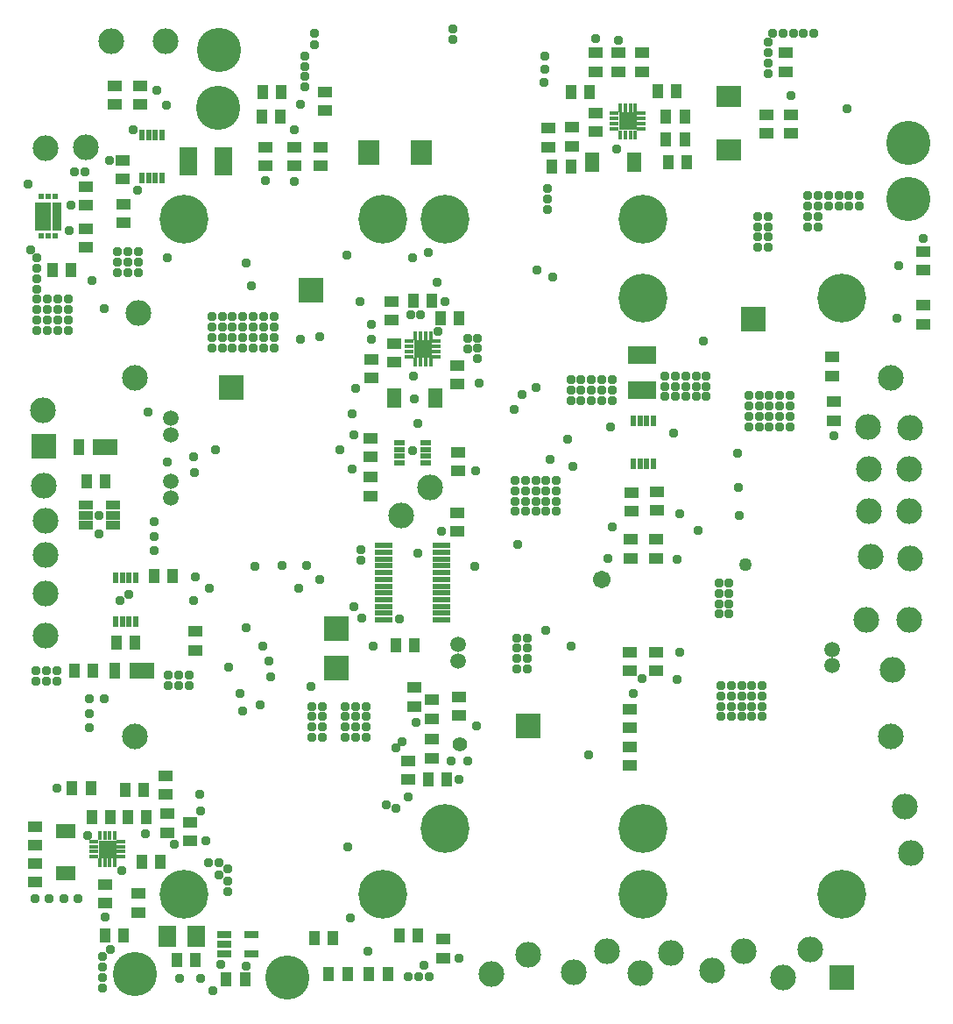
<source format=gts>
G75*
%MOIN*%
%OFA0B0*%
%FSLAX25Y25*%
%IPPOS*%
%LPD*%
%AMOC8*
5,1,8,0,0,1.08239X$1,22.5*
%
%ADD10R,0.03950X0.05524*%
%ADD11R,0.05524X0.03950*%
%ADD12R,0.09461X0.06312*%
%ADD13R,0.04343X0.06312*%
%ADD14R,0.05721X0.07690*%
%ADD15C,0.18580*%
%ADD16R,0.10800X0.06784*%
%ADD17R,0.10800X0.06745*%
%ADD18R,0.05524X0.03162*%
%ADD19R,0.05603X0.03241*%
%ADD20R,0.06509X0.06509*%
%ADD21R,0.03556X0.01784*%
%ADD22R,0.01784X0.03556*%
%ADD23C,0.09800*%
%ADD24C,0.16800*%
%ADD25R,0.09800X0.09800*%
%ADD26C,0.05950*%
%ADD27R,0.03950X0.02375*%
%ADD28R,0.07099X0.01981*%
%ADD29R,0.02454X0.04304*%
%ADD30R,0.07690X0.05721*%
%ADD31R,0.06784X0.10800*%
%ADD32R,0.06745X0.10800*%
%ADD33R,0.06391X0.10643*%
%ADD34R,0.03241X0.10643*%
%ADD35R,0.02375X0.02375*%
%ADD36R,0.07099X0.07887*%
%ADD37C,0.09737*%
%ADD38R,0.07887X0.09461*%
%ADD39R,0.09461X0.07887*%
%ADD40C,0.03778*%
%ADD41C,0.05550*%
%ADD42C,0.06706*%
%ADD43C,0.04959*%
D10*
X0079753Y0100225D03*
X0086839Y0100225D03*
X0106918Y0090776D03*
X0114005Y0090776D03*
X0125816Y0083296D03*
X0132902Y0083296D03*
X0159280Y0099044D03*
X0166367Y0099044D03*
X0164792Y0085265D03*
X0171879Y0085265D03*
X0180146Y0085265D03*
X0187233Y0085265D03*
X0191564Y0100225D03*
X0198650Y0100225D03*
X0202587Y0159280D03*
X0209674Y0159280D03*
X0197469Y0210461D03*
X0190383Y0210461D03*
X0105343Y0236839D03*
X0098257Y0236839D03*
X0091170Y0211249D03*
X0084083Y0211249D03*
X0075028Y0200619D03*
X0067942Y0200619D03*
X0067154Y0156131D03*
X0074241Y0156131D03*
X0074635Y0145107D03*
X0081721Y0145107D03*
X0088414Y0145107D03*
X0095501Y0145107D03*
X0094320Y0155343D03*
X0087233Y0155343D03*
X0093532Y0128178D03*
X0100619Y0128178D03*
X0079753Y0272666D03*
X0072666Y0272666D03*
X0066761Y0352981D03*
X0059674Y0352981D03*
X0139202Y0411249D03*
X0146288Y0411249D03*
X0146682Y0420698D03*
X0139595Y0420698D03*
X0197076Y0341564D03*
X0204162Y0341564D03*
X0207312Y0334871D03*
X0214398Y0334871D03*
X0249831Y0392351D03*
X0256918Y0392351D03*
X0256918Y0420698D03*
X0264005Y0420698D03*
X0289989Y0421091D03*
X0297076Y0421091D03*
X0300225Y0411249D03*
X0293139Y0411249D03*
X0293139Y0402587D03*
X0300225Y0402587D03*
X0301013Y0393926D03*
X0293926Y0393926D03*
D11*
X0266367Y0405737D03*
X0266367Y0412824D03*
X0257312Y0407312D03*
X0257312Y0400225D03*
X0248257Y0399831D03*
X0248257Y0406918D03*
X0266367Y0428572D03*
X0266367Y0435658D03*
X0275028Y0435658D03*
X0275028Y0428572D03*
X0284083Y0428572D03*
X0284083Y0435658D03*
X0331328Y0412036D03*
X0331328Y0404950D03*
X0340776Y0404950D03*
X0340776Y0412036D03*
X0338808Y0428572D03*
X0338808Y0435658D03*
X0391170Y0360068D03*
X0391170Y0352981D03*
X0391170Y0339595D03*
X0391170Y0332509D03*
X0356524Y0319910D03*
X0356524Y0312824D03*
X0356918Y0302981D03*
X0356918Y0295894D03*
X0289595Y0268729D03*
X0289595Y0261643D03*
X0289202Y0250619D03*
X0289202Y0243532D03*
X0279753Y0243532D03*
X0279753Y0250619D03*
X0280146Y0261249D03*
X0280146Y0268335D03*
X0279359Y0207706D03*
X0279359Y0200619D03*
X0289202Y0200619D03*
X0289202Y0207706D03*
X0279359Y0186052D03*
X0279359Y0178965D03*
X0279359Y0171879D03*
X0279359Y0164792D03*
X0214398Y0183690D03*
X0214398Y0190776D03*
X0204162Y0189595D03*
X0204162Y0182509D03*
X0204162Y0174635D03*
X0204162Y0167548D03*
X0195107Y0166367D03*
X0195107Y0159280D03*
X0197469Y0187233D03*
X0197469Y0194320D03*
X0213611Y0253769D03*
X0213611Y0260855D03*
X0214005Y0276603D03*
X0214005Y0283690D03*
X0213611Y0309674D03*
X0213611Y0316761D03*
X0189595Y0317942D03*
X0189595Y0325028D03*
X0188808Y0334083D03*
X0188808Y0341170D03*
X0180934Y0319123D03*
X0180934Y0312036D03*
X0180540Y0289202D03*
X0180540Y0282115D03*
X0180540Y0274241D03*
X0180540Y0267154D03*
X0114005Y0215580D03*
X0114005Y0208493D03*
X0102587Y0160855D03*
X0102587Y0153769D03*
X0103375Y0146288D03*
X0103375Y0139202D03*
X0112036Y0136052D03*
X0112036Y0143139D03*
X0092351Y0115973D03*
X0092351Y0108887D03*
X0079753Y0112430D03*
X0079753Y0119517D03*
X0052981Y0120304D03*
X0052981Y0127391D03*
X0052981Y0134477D03*
X0052981Y0141564D03*
X0208493Y0098650D03*
X0208493Y0091564D03*
X0072272Y0361643D03*
X0072272Y0368729D03*
X0072272Y0377784D03*
X0072272Y0384871D03*
X0086446Y0387627D03*
X0086446Y0394713D03*
X0086839Y0378178D03*
X0086839Y0371091D03*
X0083296Y0415973D03*
X0083296Y0423060D03*
X0093139Y0423060D03*
X0093139Y0415973D03*
X0140776Y0399831D03*
X0140776Y0392745D03*
X0151800Y0392745D03*
X0151800Y0399831D03*
X0161643Y0399831D03*
X0161643Y0392745D03*
X0163217Y0413611D03*
X0163217Y0420698D03*
D12*
X0079753Y0285658D03*
X0093532Y0200619D03*
D13*
X0083493Y0200619D03*
X0069713Y0285658D03*
D14*
X0189595Y0304556D03*
X0205343Y0304556D03*
X0265186Y0393926D03*
X0280934Y0393926D03*
D15*
X0284477Y0372272D03*
X0284477Y0342272D03*
X0360068Y0342272D03*
X0208887Y0372272D03*
X0185265Y0372272D03*
X0109674Y0372272D03*
X0208887Y0140580D03*
X0185265Y0115580D03*
X0109674Y0115580D03*
X0284477Y0115580D03*
X0284477Y0140580D03*
X0360068Y0115580D03*
D16*
X0284083Y0307272D03*
D17*
X0284083Y0320737D03*
D18*
X0135288Y0100422D03*
X0135288Y0092942D03*
X0125005Y0092942D03*
X0125005Y0096682D03*
X0125005Y0100422D03*
D19*
X0082587Y0256131D03*
X0082587Y0259871D03*
X0082587Y0263611D03*
X0072272Y0263611D03*
X0072272Y0259871D03*
X0072272Y0256131D03*
D20*
X0080540Y0132902D03*
X0200619Y0323060D03*
X0278572Y0409674D03*
D21*
X0283690Y0408690D03*
X0283690Y0410658D03*
X0283690Y0412627D03*
X0283690Y0406721D03*
X0273454Y0406721D03*
X0273454Y0408690D03*
X0273454Y0410658D03*
X0273454Y0412627D03*
X0205737Y0326013D03*
X0205737Y0324044D03*
X0205737Y0322076D03*
X0205737Y0320107D03*
X0195501Y0320107D03*
X0195501Y0322076D03*
X0195501Y0324044D03*
X0195501Y0326013D03*
X0085658Y0135855D03*
X0085658Y0133887D03*
X0085658Y0131918D03*
X0085658Y0129950D03*
X0075422Y0129950D03*
X0075422Y0131918D03*
X0075422Y0133887D03*
X0075422Y0135855D03*
D22*
X0077587Y0138020D03*
X0079556Y0138020D03*
X0081524Y0138020D03*
X0083493Y0138020D03*
X0083493Y0127784D03*
X0081524Y0127784D03*
X0079556Y0127784D03*
X0077587Y0127784D03*
X0197666Y0317942D03*
X0199635Y0317942D03*
X0201603Y0317942D03*
X0203572Y0317942D03*
X0203572Y0328178D03*
X0201603Y0328178D03*
X0199635Y0328178D03*
X0197666Y0328178D03*
X0275619Y0404556D03*
X0277587Y0404556D03*
X0279556Y0404556D03*
X0281524Y0404556D03*
X0281524Y0414792D03*
X0279556Y0414792D03*
X0277587Y0414792D03*
X0275619Y0414792D03*
D23*
X0369910Y0293532D03*
X0370304Y0277391D03*
X0385658Y0277391D03*
X0386052Y0293139D03*
X0385658Y0261249D03*
X0386052Y0243532D03*
X0371091Y0243926D03*
X0370304Y0261249D03*
X0369517Y0219910D03*
X0385658Y0219910D03*
X0379359Y0201013D03*
X0384083Y0149044D03*
X0386446Y0131328D03*
X0347863Y0094713D03*
X0337627Y0084083D03*
X0322666Y0093926D03*
X0310855Y0086839D03*
X0295107Y0093532D03*
X0283296Y0085658D03*
X0270698Y0093926D03*
X0258099Y0086052D03*
X0240776Y0092745D03*
X0226603Y0085265D03*
X0192351Y0259674D03*
X0203375Y0270304D03*
X0092351Y0336839D03*
X0056131Y0299831D03*
X0056524Y0271091D03*
X0056918Y0257706D03*
X0056918Y0244713D03*
X0056918Y0230146D03*
X0056918Y0214005D03*
X0056918Y0399438D03*
X0072272Y0399831D03*
X0082115Y0439989D03*
X0102587Y0439989D03*
D24*
X0123060Y0436839D03*
X0122666Y0414792D03*
X0385265Y0401406D03*
X0385265Y0380146D03*
X0149044Y0084083D03*
X0091170Y0085265D03*
D25*
X0167548Y0201800D03*
X0167548Y0216761D03*
X0240776Y0179753D03*
X0127784Y0308493D03*
X0158099Y0345501D03*
X0056524Y0286052D03*
X0326209Y0334477D03*
X0360068Y0084083D03*
D26*
X0356524Y0202587D03*
X0356524Y0208887D03*
X0214005Y0210855D03*
X0214005Y0204556D03*
X0104556Y0266367D03*
X0104556Y0272666D03*
X0104556Y0290383D03*
X0104556Y0296682D03*
D27*
X0191839Y0287367D03*
X0191839Y0284808D03*
X0191839Y0282249D03*
X0191839Y0279690D03*
X0201682Y0279690D03*
X0201682Y0282249D03*
X0201682Y0284808D03*
X0201682Y0287367D03*
D28*
X0207706Y0248257D03*
X0207706Y0245698D03*
X0207706Y0243139D03*
X0207706Y0240580D03*
X0207706Y0238020D03*
X0207706Y0235461D03*
X0207706Y0232902D03*
X0207706Y0230343D03*
X0207706Y0227784D03*
X0207706Y0225225D03*
X0207706Y0222666D03*
X0207706Y0220107D03*
X0185658Y0220107D03*
X0185658Y0222666D03*
X0185658Y0225225D03*
X0185658Y0227784D03*
X0185658Y0230343D03*
X0185658Y0232902D03*
X0185658Y0235461D03*
X0185658Y0238020D03*
X0185658Y0240580D03*
X0185658Y0243139D03*
X0185658Y0245698D03*
X0185658Y0248257D03*
D29*
X0091367Y0236091D03*
X0088808Y0236091D03*
X0086249Y0236091D03*
X0083690Y0236091D03*
X0083690Y0219517D03*
X0086249Y0219517D03*
X0088808Y0219517D03*
X0091367Y0219517D03*
X0093729Y0387981D03*
X0096288Y0387981D03*
X0098847Y0387981D03*
X0101406Y0387981D03*
X0101406Y0404556D03*
X0098847Y0404556D03*
X0096288Y0404556D03*
X0093729Y0404556D03*
X0280737Y0295894D03*
X0283296Y0295894D03*
X0285855Y0295894D03*
X0288414Y0295894D03*
X0288414Y0279320D03*
X0285855Y0279320D03*
X0283296Y0279320D03*
X0280737Y0279320D03*
D30*
X0064792Y0139595D03*
X0064792Y0123847D03*
D31*
X0111209Y0394320D03*
D32*
X0124674Y0394320D03*
D33*
X0055973Y0373454D03*
D34*
X0061446Y0373454D03*
D35*
X0060619Y0366013D03*
X0058060Y0366013D03*
X0055501Y0366013D03*
X0055501Y0380973D03*
X0058060Y0380973D03*
X0060619Y0380973D03*
D36*
X0103375Y0099831D03*
X0114398Y0099831D03*
D37*
X0091170Y0175816D03*
X0091170Y0312036D03*
X0378572Y0312036D03*
X0378572Y0175816D03*
D38*
X0200028Y0397863D03*
X0179950Y0397863D03*
D39*
X0317154Y0398847D03*
X0317154Y0418926D03*
D40*
X0078572Y0080146D03*
X0078572Y0084083D03*
X0078572Y0088020D03*
X0078572Y0091957D03*
X0081721Y0094713D03*
X0079753Y0106918D03*
X0069517Y0114005D03*
X0064005Y0114005D03*
X0058493Y0114005D03*
X0052981Y0114005D03*
X0073060Y0137995D03*
X0079359Y0131721D03*
X0081721Y0134083D03*
X0086052Y0124635D03*
X0095107Y0138808D03*
X0106131Y0134607D03*
X0117942Y0136052D03*
X0119123Y0127784D03*
X0123060Y0127784D03*
X0126209Y0125422D03*
X0123060Y0123060D03*
X0126209Y0120698D03*
X0126209Y0116761D03*
X0123847Y0089202D03*
X0133296Y0088414D03*
X0120698Y0078965D03*
X0115973Y0083690D03*
X0108099Y0083690D03*
X0115973Y0147469D03*
X0115580Y0153769D03*
X0132115Y0185265D03*
X0130934Y0191957D03*
X0138808Y0187627D03*
X0142745Y0198257D03*
X0141957Y0204556D03*
X0139595Y0210068D03*
X0133296Y0217154D03*
X0126603Y0202194D03*
X0111643Y0199044D03*
X0111643Y0195107D03*
X0107706Y0195107D03*
X0107706Y0199044D03*
X0103769Y0199044D03*
X0103769Y0195107D03*
X0079359Y0189989D03*
X0073847Y0189989D03*
X0073847Y0184477D03*
X0073847Y0178965D03*
X0061249Y0196682D03*
X0061249Y0200619D03*
X0057312Y0200619D03*
X0057312Y0196682D03*
X0053375Y0196682D03*
X0053375Y0200619D03*
X0085265Y0227391D03*
X0088808Y0229753D03*
X0098257Y0246288D03*
X0098257Y0251800D03*
X0098257Y0257312D03*
X0113611Y0276209D03*
X0113217Y0282115D03*
X0121686Y0284890D03*
X0103375Y0280146D03*
X0095894Y0299044D03*
X0120304Y0323454D03*
X0120304Y0327391D03*
X0120304Y0331328D03*
X0120304Y0335265D03*
X0124241Y0335265D03*
X0128178Y0335265D03*
X0132115Y0335265D03*
X0136052Y0335265D03*
X0139989Y0335265D03*
X0143926Y0335265D03*
X0143926Y0331328D03*
X0139989Y0331328D03*
X0136052Y0331328D03*
X0132115Y0331328D03*
X0128178Y0331328D03*
X0124241Y0331328D03*
X0124241Y0327391D03*
X0128178Y0327391D03*
X0132115Y0327391D03*
X0136052Y0327391D03*
X0139989Y0327391D03*
X0143926Y0327391D03*
X0143926Y0323454D03*
X0139989Y0323454D03*
X0136052Y0323454D03*
X0132115Y0323454D03*
X0128178Y0323454D03*
X0124241Y0323454D03*
X0135265Y0347076D03*
X0133296Y0355737D03*
X0140776Y0387233D03*
X0151800Y0386839D03*
X0151800Y0406524D03*
X0154162Y0415973D03*
X0155737Y0422666D03*
X0155737Y0426603D03*
X0155737Y0430540D03*
X0155737Y0434477D03*
X0159280Y0438808D03*
X0159280Y0443139D03*
X0212036Y0444713D03*
X0212036Y0440776D03*
X0247076Y0434477D03*
X0247076Y0429359D03*
X0246839Y0424241D03*
X0266367Y0441170D03*
X0275028Y0440383D03*
X0279753Y0410855D03*
X0277391Y0408493D03*
X0274241Y0399044D03*
X0247863Y0384083D03*
X0247863Y0380146D03*
X0247863Y0376209D03*
X0244150Y0353205D03*
X0249973Y0350366D03*
X0221485Y0326997D03*
X0221485Y0323454D03*
X0221485Y0319517D03*
X0217548Y0323060D03*
X0217548Y0326997D03*
X0206524Y0329753D03*
X0201800Y0324241D03*
X0199438Y0321879D03*
X0197076Y0312824D03*
X0197469Y0304162D03*
X0198650Y0294713D03*
X0196682Y0284477D03*
X0174241Y0290383D03*
X0169123Y0284871D03*
X0173847Y0277391D03*
X0173847Y0298257D03*
X0175028Y0308099D03*
X0180934Y0326603D03*
X0180934Y0332509D03*
X0176603Y0341170D03*
X0171630Y0358638D03*
X0196682Y0357706D03*
X0202587Y0359674D03*
X0206131Y0348257D03*
X0208887Y0341170D03*
X0199831Y0336052D03*
X0195894Y0335918D03*
X0221879Y0310068D03*
X0235265Y0300225D03*
X0238414Y0305737D03*
X0243532Y0308493D03*
X0256918Y0307312D03*
X0256918Y0311249D03*
X0260855Y0311249D03*
X0264792Y0311249D03*
X0268729Y0311249D03*
X0272666Y0311249D03*
X0272666Y0307312D03*
X0268729Y0307312D03*
X0264792Y0307312D03*
X0260855Y0307312D03*
X0260855Y0303375D03*
X0256918Y0303375D03*
X0264792Y0303375D03*
X0268729Y0303375D03*
X0272666Y0303375D03*
X0271879Y0293532D03*
X0255737Y0288808D03*
X0249044Y0280934D03*
X0247469Y0273060D03*
X0243532Y0273060D03*
X0239595Y0273060D03*
X0235658Y0273060D03*
X0235658Y0269123D03*
X0235658Y0265186D03*
X0235658Y0261249D03*
X0239595Y0261249D03*
X0239595Y0265186D03*
X0239595Y0269123D03*
X0243532Y0269123D03*
X0243532Y0265186D03*
X0243532Y0261249D03*
X0247469Y0261249D03*
X0247469Y0265186D03*
X0247469Y0269123D03*
X0251406Y0269123D03*
X0251406Y0273060D03*
X0251406Y0265186D03*
X0251406Y0261249D03*
X0257706Y0278572D03*
X0272666Y0255343D03*
X0271091Y0243532D03*
X0247469Y0215973D03*
X0240383Y0213217D03*
X0240383Y0209280D03*
X0240383Y0205343D03*
X0240383Y0201406D03*
X0236446Y0201406D03*
X0236446Y0205343D03*
X0236446Y0209280D03*
X0236446Y0213217D03*
X0256918Y0210068D03*
X0280540Y0191957D03*
X0284082Y0197863D03*
X0297469Y0197469D03*
X0298257Y0207706D03*
X0314005Y0195107D03*
X0317942Y0195107D03*
X0321879Y0195107D03*
X0325816Y0195107D03*
X0329753Y0195107D03*
X0329753Y0191170D03*
X0329753Y0187233D03*
X0329753Y0183296D03*
X0325816Y0183296D03*
X0325816Y0187233D03*
X0325816Y0191170D03*
X0321879Y0191170D03*
X0321879Y0187233D03*
X0321879Y0183296D03*
X0317942Y0183296D03*
X0317942Y0187233D03*
X0317942Y0191170D03*
X0314005Y0191170D03*
X0314005Y0187233D03*
X0314005Y0183296D03*
X0313217Y0222272D03*
X0317154Y0222272D03*
X0317154Y0226209D03*
X0313217Y0226209D03*
X0313217Y0230146D03*
X0317154Y0230146D03*
X0317154Y0234083D03*
X0313217Y0234083D03*
X0297469Y0243139D03*
X0305343Y0254162D03*
X0298257Y0260461D03*
X0321091Y0259674D03*
X0320698Y0270304D03*
X0320304Y0283296D03*
X0324635Y0293532D03*
X0328572Y0293532D03*
X0332509Y0293532D03*
X0336446Y0293532D03*
X0340383Y0293532D03*
X0340383Y0297469D03*
X0340383Y0301406D03*
X0340383Y0305343D03*
X0336446Y0305343D03*
X0336446Y0301406D03*
X0336446Y0297469D03*
X0332509Y0297469D03*
X0332509Y0301406D03*
X0332509Y0305343D03*
X0328572Y0305343D03*
X0328572Y0301406D03*
X0328572Y0297469D03*
X0324635Y0297469D03*
X0324635Y0301406D03*
X0324635Y0305343D03*
X0308493Y0304950D03*
X0308493Y0308887D03*
X0308493Y0312824D03*
X0304556Y0312824D03*
X0300619Y0312824D03*
X0296682Y0312824D03*
X0292745Y0312824D03*
X0292745Y0308887D03*
X0296682Y0308887D03*
X0300619Y0308887D03*
X0304556Y0308887D03*
X0304556Y0304950D03*
X0300619Y0304950D03*
X0296682Y0304950D03*
X0292745Y0304950D03*
X0295894Y0291170D03*
X0307312Y0326209D03*
X0328178Y0361643D03*
X0328178Y0365580D03*
X0328178Y0369517D03*
X0328178Y0373454D03*
X0332115Y0373454D03*
X0332115Y0369517D03*
X0332115Y0365580D03*
X0332115Y0361643D03*
X0347076Y0369517D03*
X0347076Y0373454D03*
X0347076Y0377391D03*
X0347076Y0381328D03*
X0351013Y0381328D03*
X0354950Y0381328D03*
X0358887Y0381328D03*
X0362824Y0381328D03*
X0366761Y0381328D03*
X0366761Y0377391D03*
X0362824Y0377391D03*
X0358887Y0377391D03*
X0354950Y0377391D03*
X0351013Y0377391D03*
X0351013Y0373454D03*
X0351013Y0369517D03*
X0380934Y0334871D03*
X0381653Y0354881D03*
X0391170Y0365186D03*
X0362036Y0414398D03*
X0349438Y0443139D03*
X0345501Y0443139D03*
X0341564Y0443139D03*
X0337627Y0443139D03*
X0333690Y0443139D03*
X0332115Y0439595D03*
X0332115Y0435658D03*
X0332115Y0431721D03*
X0332115Y0427784D03*
X0340776Y0419517D03*
X0356918Y0289989D03*
X0263611Y0168729D03*
X0221091Y0179753D03*
X0217548Y0166367D03*
X0211249Y0166367D03*
X0214398Y0159280D03*
X0195107Y0152587D03*
X0190383Y0148257D03*
X0186839Y0149831D03*
X0171879Y0133690D03*
X0172886Y0106744D03*
X0179826Y0093926D03*
X0195107Y0084477D03*
X0199044Y0084477D03*
X0202981Y0084477D03*
X0201013Y0088808D03*
X0214398Y0091564D03*
X0190383Y0171485D03*
X0192745Y0173847D03*
X0197863Y0180934D03*
X0178965Y0179359D03*
X0175028Y0179359D03*
X0171091Y0179359D03*
X0171091Y0175422D03*
X0175028Y0175422D03*
X0178965Y0175422D03*
X0178965Y0183296D03*
X0175028Y0183296D03*
X0171091Y0183296D03*
X0171091Y0187233D03*
X0175028Y0187233D03*
X0178965Y0187233D03*
X0162430Y0187233D03*
X0162430Y0183296D03*
X0162430Y0179359D03*
X0162430Y0175422D03*
X0158493Y0175422D03*
X0158493Y0179359D03*
X0158493Y0183296D03*
X0158493Y0187233D03*
X0158099Y0194713D03*
X0181721Y0210068D03*
X0177391Y0220698D03*
X0174241Y0225095D03*
X0161249Y0235265D03*
X0156196Y0240776D03*
X0153375Y0232115D03*
X0147076Y0240776D03*
X0136839Y0240383D03*
X0119256Y0232115D03*
X0114005Y0236446D03*
X0113217Y0227391D03*
X0077391Y0252587D03*
X0077391Y0259674D03*
X0065580Y0330146D03*
X0065580Y0334083D03*
X0065580Y0338020D03*
X0065580Y0341957D03*
X0061643Y0341957D03*
X0061643Y0338020D03*
X0061643Y0334083D03*
X0061643Y0330146D03*
X0057706Y0330146D03*
X0057706Y0334083D03*
X0057706Y0338020D03*
X0057706Y0341957D03*
X0053769Y0341957D03*
X0053769Y0338020D03*
X0053769Y0334083D03*
X0053769Y0330146D03*
X0053769Y0345894D03*
X0053769Y0349831D03*
X0053769Y0353769D03*
X0053769Y0357706D03*
X0051406Y0360855D03*
X0065973Y0367942D03*
X0066761Y0377784D03*
X0067942Y0390383D03*
X0071879Y0390383D03*
X0081328Y0394713D03*
X0090383Y0406524D03*
X0102981Y0415580D03*
X0099438Y0421437D03*
X0091957Y0383296D03*
X0092351Y0360068D03*
X0088414Y0360068D03*
X0084477Y0360068D03*
X0084477Y0356131D03*
X0088414Y0356131D03*
X0092351Y0356131D03*
X0092351Y0352194D03*
X0088414Y0352194D03*
X0084477Y0352194D03*
X0074635Y0349044D03*
X0079359Y0338414D03*
X0103375Y0357706D03*
X0050225Y0385658D03*
X0154162Y0326603D03*
X0161249Y0327784D03*
X0220698Y0276603D03*
X0207706Y0253769D03*
X0198650Y0245501D03*
X0220304Y0240383D03*
X0236839Y0248650D03*
X0191564Y0220304D03*
X0176997Y0242745D03*
X0176997Y0246682D03*
X0061249Y0156131D03*
D41*
X0214792Y0172666D03*
D42*
X0268729Y0235265D03*
D43*
X0323454Y0241170D03*
M02*

</source>
